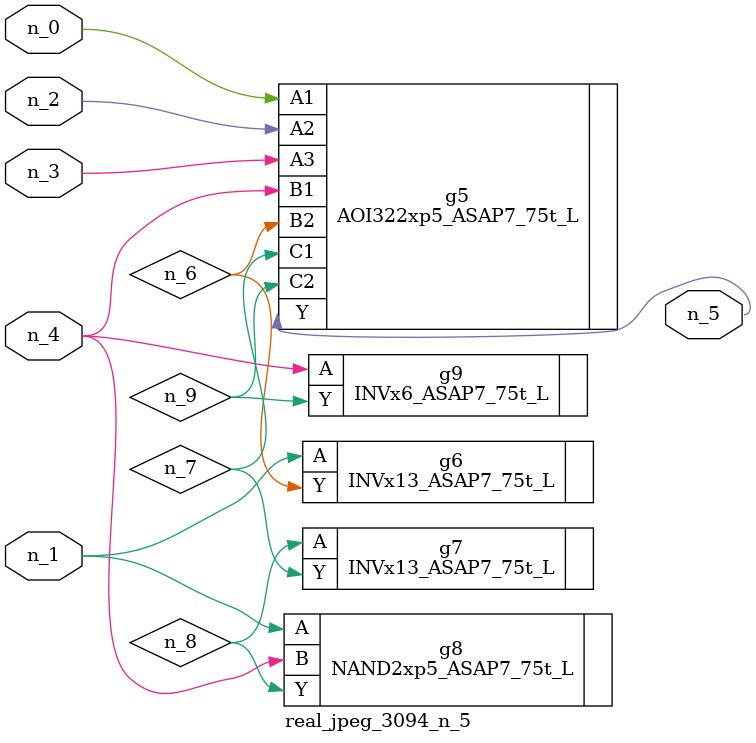
<source format=v>
module real_jpeg_3094_n_5 (n_4, n_0, n_1, n_2, n_3, n_5);

input n_4;
input n_0;
input n_1;
input n_2;
input n_3;

output n_5;

wire n_8;
wire n_6;
wire n_7;
wire n_9;

AOI322xp5_ASAP7_75t_L g5 ( 
.A1(n_0),
.A2(n_2),
.A3(n_3),
.B1(n_4),
.B2(n_6),
.C1(n_7),
.C2(n_9),
.Y(n_5)
);

INVx13_ASAP7_75t_L g6 ( 
.A(n_1),
.Y(n_6)
);

NAND2xp5_ASAP7_75t_L g8 ( 
.A(n_1),
.B(n_4),
.Y(n_8)
);

INVx6_ASAP7_75t_L g9 ( 
.A(n_4),
.Y(n_9)
);

INVx13_ASAP7_75t_L g7 ( 
.A(n_8),
.Y(n_7)
);


endmodule
</source>
